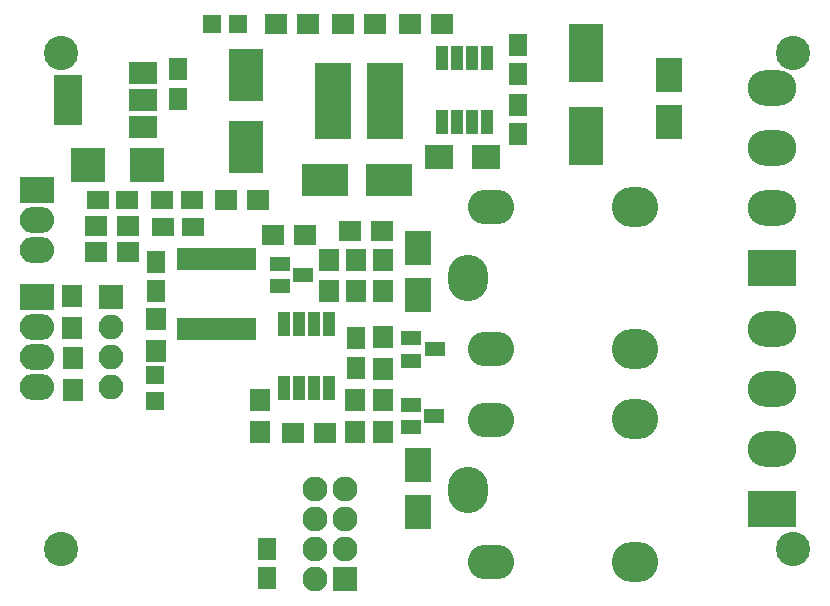
<source format=gts>
G04 #@! TF.FileFunction,Soldermask,Top*
%FSLAX46Y46*%
G04 Gerber Fmt 4.6, Leading zero omitted, Abs format (unit mm)*
G04 Created by KiCad (PCBNEW 4.0.6) date 01/12/18 15:45:59*
%MOMM*%
%LPD*%
G01*
G04 APERTURE LIST*
%ADD10C,0.100000*%
%ADD11C,2.900000*%
%ADD12R,1.650000X1.900000*%
%ADD13R,2.900000X4.900000*%
%ADD14R,1.900000X1.650000*%
%ADD15R,2.950000X2.900000*%
%ADD16R,2.900000X4.400000*%
%ADD17R,2.200000X2.900000*%
%ADD18R,1.600000X1.600000*%
%ADD19R,3.900000X2.700000*%
%ADD20R,0.850000X1.850000*%
%ADD21R,2.924000X2.224000*%
%ADD22O,2.924000X2.224000*%
%ADD23R,2.100000X2.100000*%
%ADD24O,2.100000X2.100000*%
%ADD25R,3.024000X6.400000*%
%ADD26R,2.124000X2.124000*%
%ADD27C,2.124000*%
%ADD28R,1.654000X1.200100*%
%ADD29R,2.400000X2.100000*%
%ADD30R,1.900000X1.700000*%
%ADD31R,1.700000X1.900000*%
%ADD32R,2.400000X4.200000*%
%ADD33R,2.400000X1.900000*%
%ADD34R,1.100000X2.100000*%
%ADD35O,4.124000X3.024000*%
%ADD36R,4.124000X3.024000*%
%ADD37O,3.924000X2.924000*%
%ADD38O,3.924000X3.400000*%
%ADD39O,3.400000X3.924000*%
G04 APERTURE END LIST*
D10*
D11*
X74000000Y-136000000D03*
X136000000Y-94000000D03*
X136000000Y-136000000D03*
D12*
X112700000Y-100920000D03*
X112700000Y-98420000D03*
D13*
X118500000Y-101070000D03*
X118500000Y-94070000D03*
D12*
X91480000Y-138510000D03*
X91480000Y-136010000D03*
D14*
X77150000Y-106470000D03*
X79650000Y-106470000D03*
D15*
X76275000Y-103500000D03*
X81325000Y-103500000D03*
D12*
X83900000Y-95420000D03*
X83900000Y-97920000D03*
D16*
X89700000Y-95920000D03*
X89700000Y-102020000D03*
D12*
X112700000Y-93320000D03*
X112700000Y-95820000D03*
D14*
X85120000Y-106490000D03*
X82620000Y-106490000D03*
X85170000Y-108740000D03*
X82670000Y-108740000D03*
D12*
X99000000Y-120670000D03*
X99000000Y-118170000D03*
X82090000Y-111720000D03*
X82090000Y-114220000D03*
D17*
X125500000Y-99870000D03*
X125500000Y-95870000D03*
D18*
X89050000Y-91620000D03*
X86850000Y-91620000D03*
D19*
X101810000Y-104790000D03*
X96410000Y-104790000D03*
D17*
X104250000Y-132920000D03*
X104250000Y-128920000D03*
D18*
X82020000Y-121310000D03*
X82020000Y-123510000D03*
D17*
X104250000Y-110520000D03*
X104250000Y-114520000D03*
D20*
X90100000Y-111470000D03*
X89450000Y-111470000D03*
X88800000Y-111470000D03*
X88150000Y-111470000D03*
X87500000Y-111470000D03*
X86850000Y-111470000D03*
X86200000Y-111470000D03*
X85550000Y-111470000D03*
X84900000Y-111470000D03*
X84250000Y-111470000D03*
X84250000Y-117370000D03*
X84900000Y-117370000D03*
X85550000Y-117370000D03*
X86200000Y-117370000D03*
X86850000Y-117370000D03*
X87500000Y-117370000D03*
X88150000Y-117370000D03*
X88800000Y-117370000D03*
X89450000Y-117370000D03*
X90100000Y-117370000D03*
D21*
X72000000Y-114670000D03*
D22*
X72000000Y-117210000D03*
X72000000Y-119750000D03*
X72000000Y-122290000D03*
D23*
X78290000Y-114670000D03*
D24*
X78290000Y-117210000D03*
X78290000Y-119750000D03*
X78290000Y-122290000D03*
D25*
X97100000Y-98070000D03*
X101500000Y-98070000D03*
D26*
X98100000Y-138570000D03*
D27*
X95560000Y-138570000D03*
X98100000Y-136030000D03*
X95560000Y-136030000D03*
X98100000Y-133490000D03*
X95560000Y-133490000D03*
X98100000Y-130950000D03*
X95560000Y-130950000D03*
D28*
X103650000Y-123820000D03*
X103650000Y-125720000D03*
X105650760Y-124770000D03*
X92549240Y-111870000D03*
X92549240Y-113770000D03*
X94550000Y-112820000D03*
X103659240Y-118170000D03*
X103659240Y-120070000D03*
X105660000Y-119120000D03*
D29*
X106000000Y-102870000D03*
X110000000Y-102870000D03*
D30*
X92266666Y-91620000D03*
X94966666Y-91620000D03*
X100633332Y-91620000D03*
X97933332Y-91620000D03*
X106299998Y-91620000D03*
X103599998Y-91620000D03*
X79700000Y-108690000D03*
X77000000Y-108690000D03*
X90700000Y-106470000D03*
X88000000Y-106470000D03*
D31*
X90900000Y-123420000D03*
X90900000Y-126120000D03*
X99000000Y-111520000D03*
X99000000Y-114220000D03*
X96750000Y-111520000D03*
X96750000Y-114220000D03*
X101250000Y-123420000D03*
X101250000Y-126120000D03*
X101250000Y-111520000D03*
X101250000Y-114220000D03*
D30*
X93700000Y-126210000D03*
X96400000Y-126210000D03*
X101200000Y-109070000D03*
X98500000Y-109070000D03*
D31*
X82040000Y-119230000D03*
X82040000Y-116530000D03*
D30*
X91960000Y-109430000D03*
X94660000Y-109430000D03*
D31*
X98950000Y-126120000D03*
X98950000Y-123420000D03*
D30*
X79670000Y-110900000D03*
X76970000Y-110900000D03*
D31*
X75040000Y-119870000D03*
X75040000Y-122570000D03*
X74990000Y-117340000D03*
X74990000Y-114640000D03*
X101250000Y-118120000D03*
X101250000Y-120820000D03*
D32*
X74650000Y-98000000D03*
D33*
X80950000Y-98000000D03*
X80950000Y-95700000D03*
X80950000Y-100300000D03*
D34*
X110105000Y-94470000D03*
X108835000Y-94470000D03*
X107565000Y-94470000D03*
X106295000Y-94470000D03*
X106295000Y-99870000D03*
X107565000Y-99870000D03*
X108835000Y-99870000D03*
X110105000Y-99870000D03*
X96755000Y-116970000D03*
X95485000Y-116970000D03*
X94215000Y-116970000D03*
X92945000Y-116970000D03*
X92945000Y-122370000D03*
X94215000Y-122370000D03*
X95485000Y-122370000D03*
X96755000Y-122370000D03*
D35*
X134200000Y-97010000D03*
X134200000Y-102090000D03*
X134200000Y-107170000D03*
D36*
X134200000Y-112250000D03*
D35*
X134200000Y-117360000D03*
X134200000Y-122440000D03*
X134200000Y-127520000D03*
D36*
X134200000Y-132600000D03*
D37*
X110400000Y-137100000D03*
D38*
X122600000Y-137100000D03*
X122650000Y-125050000D03*
D37*
X110400000Y-125100000D03*
D39*
X108450000Y-131050000D03*
D37*
X110400000Y-119100000D03*
D38*
X122600000Y-119100000D03*
X122650000Y-107050000D03*
D37*
X110400000Y-107100000D03*
D39*
X108450000Y-113050000D03*
D21*
X72000000Y-105610000D03*
D22*
X72000000Y-108150000D03*
X72000000Y-110690000D03*
D11*
X74000000Y-94000000D03*
M02*

</source>
